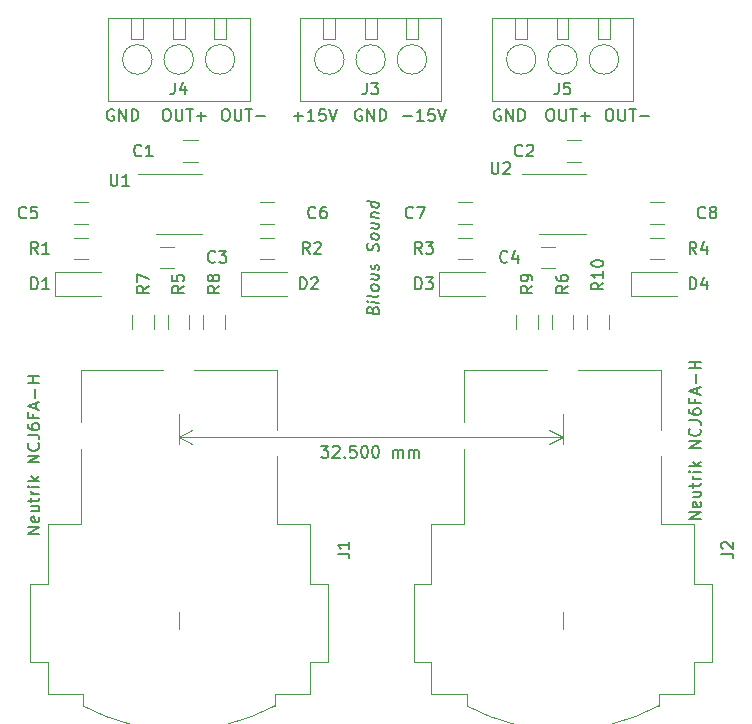
<source format=gbr>
%TF.GenerationSoftware,KiCad,Pcbnew,(5.1.6-0)*%
%TF.CreationDate,2023-05-06T15:55:21-07:00*%
%TF.ProjectId,input_buffer_bal_XLR_combo_SMD_1206,696e7075-745f-4627-9566-6665725f6261,rev?*%
%TF.SameCoordinates,Original*%
%TF.FileFunction,Legend,Top*%
%TF.FilePolarity,Positive*%
%FSLAX46Y46*%
G04 Gerber Fmt 4.6, Leading zero omitted, Abs format (unit mm)*
G04 Created by KiCad (PCBNEW (5.1.6-0)) date 2023-05-06 15:55:21*
%MOMM*%
%LPD*%
G01*
G04 APERTURE LIST*
%ADD10C,0.150000*%
%ADD11C,0.120000*%
G04 APERTURE END LIST*
D10*
X149202380Y-148166666D02*
X148202380Y-148166666D01*
X149202380Y-147595238D01*
X148202380Y-147595238D01*
X149154761Y-146738095D02*
X149202380Y-146833333D01*
X149202380Y-147023809D01*
X149154761Y-147119047D01*
X149059523Y-147166666D01*
X148678571Y-147166666D01*
X148583333Y-147119047D01*
X148535714Y-147023809D01*
X148535714Y-146833333D01*
X148583333Y-146738095D01*
X148678571Y-146690476D01*
X148773809Y-146690476D01*
X148869047Y-147166666D01*
X148535714Y-145833333D02*
X149202380Y-145833333D01*
X148535714Y-146261904D02*
X149059523Y-146261904D01*
X149154761Y-146214285D01*
X149202380Y-146119047D01*
X149202380Y-145976190D01*
X149154761Y-145880952D01*
X149107142Y-145833333D01*
X148535714Y-145500000D02*
X148535714Y-145119047D01*
X148202380Y-145357142D02*
X149059523Y-145357142D01*
X149154761Y-145309523D01*
X149202380Y-145214285D01*
X149202380Y-145119047D01*
X149202380Y-144785714D02*
X148535714Y-144785714D01*
X148726190Y-144785714D02*
X148630952Y-144738095D01*
X148583333Y-144690476D01*
X148535714Y-144595238D01*
X148535714Y-144500000D01*
X149202380Y-144166666D02*
X148535714Y-144166666D01*
X148202380Y-144166666D02*
X148250000Y-144214285D01*
X148297619Y-144166666D01*
X148250000Y-144119047D01*
X148202380Y-144166666D01*
X148297619Y-144166666D01*
X149202380Y-143690476D02*
X148202380Y-143690476D01*
X148821428Y-143595238D02*
X149202380Y-143309523D01*
X148535714Y-143309523D02*
X148916666Y-143690476D01*
X149202380Y-142119047D02*
X148202380Y-142119047D01*
X149202380Y-141547619D01*
X148202380Y-141547619D01*
X149107142Y-140500000D02*
X149154761Y-140547619D01*
X149202380Y-140690476D01*
X149202380Y-140785714D01*
X149154761Y-140928571D01*
X149059523Y-141023809D01*
X148964285Y-141071428D01*
X148773809Y-141119047D01*
X148630952Y-141119047D01*
X148440476Y-141071428D01*
X148345238Y-141023809D01*
X148250000Y-140928571D01*
X148202380Y-140785714D01*
X148202380Y-140690476D01*
X148250000Y-140547619D01*
X148297619Y-140500000D01*
X148202380Y-139785714D02*
X148916666Y-139785714D01*
X149059523Y-139833333D01*
X149154761Y-139928571D01*
X149202380Y-140071428D01*
X149202380Y-140166666D01*
X148202380Y-138880952D02*
X148202380Y-139071428D01*
X148250000Y-139166666D01*
X148297619Y-139214285D01*
X148440476Y-139309523D01*
X148630952Y-139357142D01*
X149011904Y-139357142D01*
X149107142Y-139309523D01*
X149154761Y-139261904D01*
X149202380Y-139166666D01*
X149202380Y-138976190D01*
X149154761Y-138880952D01*
X149107142Y-138833333D01*
X149011904Y-138785714D01*
X148773809Y-138785714D01*
X148678571Y-138833333D01*
X148630952Y-138880952D01*
X148583333Y-138976190D01*
X148583333Y-139166666D01*
X148630952Y-139261904D01*
X148678571Y-139309523D01*
X148773809Y-139357142D01*
X148678571Y-138023809D02*
X148678571Y-138357142D01*
X149202380Y-138357142D02*
X148202380Y-138357142D01*
X148202380Y-137880952D01*
X148916666Y-137547619D02*
X148916666Y-137071428D01*
X149202380Y-137642857D02*
X148202380Y-137309523D01*
X149202380Y-136976190D01*
X148821428Y-136642857D02*
X148821428Y-135880952D01*
X149202380Y-135404761D02*
X148202380Y-135404761D01*
X148678571Y-135404761D02*
X148678571Y-134833333D01*
X149202380Y-134833333D02*
X148202380Y-134833333D01*
X93202380Y-149416666D02*
X92202380Y-149416666D01*
X93202380Y-148845238D01*
X92202380Y-148845238D01*
X93154761Y-147988095D02*
X93202380Y-148083333D01*
X93202380Y-148273809D01*
X93154761Y-148369047D01*
X93059523Y-148416666D01*
X92678571Y-148416666D01*
X92583333Y-148369047D01*
X92535714Y-148273809D01*
X92535714Y-148083333D01*
X92583333Y-147988095D01*
X92678571Y-147940476D01*
X92773809Y-147940476D01*
X92869047Y-148416666D01*
X92535714Y-147083333D02*
X93202380Y-147083333D01*
X92535714Y-147511904D02*
X93059523Y-147511904D01*
X93154761Y-147464285D01*
X93202380Y-147369047D01*
X93202380Y-147226190D01*
X93154761Y-147130952D01*
X93107142Y-147083333D01*
X92535714Y-146750000D02*
X92535714Y-146369047D01*
X92202380Y-146607142D02*
X93059523Y-146607142D01*
X93154761Y-146559523D01*
X93202380Y-146464285D01*
X93202380Y-146369047D01*
X93202380Y-146035714D02*
X92535714Y-146035714D01*
X92726190Y-146035714D02*
X92630952Y-145988095D01*
X92583333Y-145940476D01*
X92535714Y-145845238D01*
X92535714Y-145750000D01*
X93202380Y-145416666D02*
X92535714Y-145416666D01*
X92202380Y-145416666D02*
X92250000Y-145464285D01*
X92297619Y-145416666D01*
X92250000Y-145369047D01*
X92202380Y-145416666D01*
X92297619Y-145416666D01*
X93202380Y-144940476D02*
X92202380Y-144940476D01*
X92821428Y-144845238D02*
X93202380Y-144559523D01*
X92535714Y-144559523D02*
X92916666Y-144940476D01*
X93202380Y-143369047D02*
X92202380Y-143369047D01*
X93202380Y-142797619D01*
X92202380Y-142797619D01*
X93107142Y-141750000D02*
X93154761Y-141797619D01*
X93202380Y-141940476D01*
X93202380Y-142035714D01*
X93154761Y-142178571D01*
X93059523Y-142273809D01*
X92964285Y-142321428D01*
X92773809Y-142369047D01*
X92630952Y-142369047D01*
X92440476Y-142321428D01*
X92345238Y-142273809D01*
X92250000Y-142178571D01*
X92202380Y-142035714D01*
X92202380Y-141940476D01*
X92250000Y-141797619D01*
X92297619Y-141750000D01*
X92202380Y-141035714D02*
X92916666Y-141035714D01*
X93059523Y-141083333D01*
X93154761Y-141178571D01*
X93202380Y-141321428D01*
X93202380Y-141416666D01*
X92202380Y-140130952D02*
X92202380Y-140321428D01*
X92250000Y-140416666D01*
X92297619Y-140464285D01*
X92440476Y-140559523D01*
X92630952Y-140607142D01*
X93011904Y-140607142D01*
X93107142Y-140559523D01*
X93154761Y-140511904D01*
X93202380Y-140416666D01*
X93202380Y-140226190D01*
X93154761Y-140130952D01*
X93107142Y-140083333D01*
X93011904Y-140035714D01*
X92773809Y-140035714D01*
X92678571Y-140083333D01*
X92630952Y-140130952D01*
X92583333Y-140226190D01*
X92583333Y-140416666D01*
X92630952Y-140511904D01*
X92678571Y-140559523D01*
X92773809Y-140607142D01*
X92678571Y-139273809D02*
X92678571Y-139607142D01*
X93202380Y-139607142D02*
X92202380Y-139607142D01*
X92202380Y-139130952D01*
X92916666Y-138797619D02*
X92916666Y-138321428D01*
X93202380Y-138892857D02*
X92202380Y-138559523D01*
X93202380Y-138226190D01*
X92821428Y-137892857D02*
X92821428Y-137130952D01*
X93202380Y-136654761D02*
X92202380Y-136654761D01*
X92678571Y-136654761D02*
X92678571Y-136083333D01*
X93202380Y-136083333D02*
X92202380Y-136083333D01*
X121428571Y-130439270D02*
X121476190Y-130302366D01*
X121523809Y-130260699D01*
X121619047Y-130224985D01*
X121761904Y-130242842D01*
X121857142Y-130302366D01*
X121904761Y-130355937D01*
X121952380Y-130457127D01*
X121952380Y-130838080D01*
X120952380Y-130713080D01*
X120952380Y-130379747D01*
X121000000Y-130290461D01*
X121047619Y-130248794D01*
X121142857Y-130213080D01*
X121238095Y-130224985D01*
X121333333Y-130284508D01*
X121380952Y-130338080D01*
X121428571Y-130439270D01*
X121428571Y-130772604D01*
X121952380Y-129838080D02*
X121285714Y-129754747D01*
X120952380Y-129713080D02*
X121000000Y-129766651D01*
X121047619Y-129724985D01*
X121000000Y-129671413D01*
X120952380Y-129713080D01*
X121047619Y-129724985D01*
X121952380Y-129219032D02*
X121904761Y-129308318D01*
X121809523Y-129344032D01*
X120952380Y-129236889D01*
X121952380Y-128695223D02*
X121904761Y-128784508D01*
X121857142Y-128826175D01*
X121761904Y-128861889D01*
X121476190Y-128826175D01*
X121380952Y-128766651D01*
X121333333Y-128713080D01*
X121285714Y-128611889D01*
X121285714Y-128469032D01*
X121333333Y-128379747D01*
X121380952Y-128338080D01*
X121476190Y-128302366D01*
X121761904Y-128338080D01*
X121857142Y-128397604D01*
X121904761Y-128451175D01*
X121952380Y-128552366D01*
X121952380Y-128695223D01*
X121285714Y-127421413D02*
X121952380Y-127504747D01*
X121285714Y-127849985D02*
X121809523Y-127915461D01*
X121904761Y-127879747D01*
X121952380Y-127790461D01*
X121952380Y-127647604D01*
X121904761Y-127546413D01*
X121857142Y-127492842D01*
X121904761Y-127070223D02*
X121952380Y-126980937D01*
X121952380Y-126790461D01*
X121904761Y-126689270D01*
X121809523Y-126629747D01*
X121761904Y-126623794D01*
X121666666Y-126659508D01*
X121619047Y-126748794D01*
X121619047Y-126891651D01*
X121571428Y-126980937D01*
X121476190Y-127016651D01*
X121428571Y-127010699D01*
X121333333Y-126951175D01*
X121285714Y-126849985D01*
X121285714Y-126707127D01*
X121333333Y-126617842D01*
X121904761Y-125498794D02*
X121952380Y-125361889D01*
X121952380Y-125123794D01*
X121904761Y-125022604D01*
X121857142Y-124969032D01*
X121761904Y-124909508D01*
X121666666Y-124897604D01*
X121571428Y-124933318D01*
X121523809Y-124974985D01*
X121476190Y-125064270D01*
X121428571Y-125248794D01*
X121380952Y-125338080D01*
X121333333Y-125379747D01*
X121238095Y-125415461D01*
X121142857Y-125403556D01*
X121047619Y-125344032D01*
X121000000Y-125290461D01*
X120952380Y-125189270D01*
X120952380Y-124951175D01*
X121000000Y-124814270D01*
X121952380Y-124361889D02*
X121904761Y-124451175D01*
X121857142Y-124492842D01*
X121761904Y-124528556D01*
X121476190Y-124492842D01*
X121380952Y-124433318D01*
X121333333Y-124379747D01*
X121285714Y-124278556D01*
X121285714Y-124135699D01*
X121333333Y-124046413D01*
X121380952Y-124004747D01*
X121476190Y-123969032D01*
X121761904Y-124004747D01*
X121857142Y-124064270D01*
X121904761Y-124117842D01*
X121952380Y-124219032D01*
X121952380Y-124361889D01*
X121285714Y-123088080D02*
X121952380Y-123171413D01*
X121285714Y-123516651D02*
X121809523Y-123582127D01*
X121904761Y-123546413D01*
X121952380Y-123457127D01*
X121952380Y-123314270D01*
X121904761Y-123213080D01*
X121857142Y-123159508D01*
X121285714Y-122611889D02*
X121952380Y-122695223D01*
X121380952Y-122623794D02*
X121333333Y-122570223D01*
X121285714Y-122469032D01*
X121285714Y-122326175D01*
X121333333Y-122236889D01*
X121428571Y-122201175D01*
X121952380Y-122266651D01*
X121952380Y-121361889D02*
X120952380Y-121236889D01*
X121904761Y-121355937D02*
X121952380Y-121457127D01*
X121952380Y-121647604D01*
X121904761Y-121736889D01*
X121857142Y-121778556D01*
X121761904Y-121814270D01*
X121476190Y-121778556D01*
X121380952Y-121719032D01*
X121333333Y-121665461D01*
X121285714Y-121564270D01*
X121285714Y-121373794D01*
X121333333Y-121284508D01*
D11*
X137500000Y-156000000D02*
X137500000Y-157500000D01*
X105000000Y-156000000D02*
X105000000Y-157500000D01*
D10*
X117059523Y-141972380D02*
X117678571Y-141972380D01*
X117345238Y-142353333D01*
X117488095Y-142353333D01*
X117583333Y-142400952D01*
X117630952Y-142448571D01*
X117678571Y-142543809D01*
X117678571Y-142781904D01*
X117630952Y-142877142D01*
X117583333Y-142924761D01*
X117488095Y-142972380D01*
X117202380Y-142972380D01*
X117107142Y-142924761D01*
X117059523Y-142877142D01*
X118059523Y-142067619D02*
X118107142Y-142020000D01*
X118202380Y-141972380D01*
X118440476Y-141972380D01*
X118535714Y-142020000D01*
X118583333Y-142067619D01*
X118630952Y-142162857D01*
X118630952Y-142258095D01*
X118583333Y-142400952D01*
X118011904Y-142972380D01*
X118630952Y-142972380D01*
X119059523Y-142877142D02*
X119107142Y-142924761D01*
X119059523Y-142972380D01*
X119011904Y-142924761D01*
X119059523Y-142877142D01*
X119059523Y-142972380D01*
X120011904Y-141972380D02*
X119535714Y-141972380D01*
X119488095Y-142448571D01*
X119535714Y-142400952D01*
X119630952Y-142353333D01*
X119869047Y-142353333D01*
X119964285Y-142400952D01*
X120011904Y-142448571D01*
X120059523Y-142543809D01*
X120059523Y-142781904D01*
X120011904Y-142877142D01*
X119964285Y-142924761D01*
X119869047Y-142972380D01*
X119630952Y-142972380D01*
X119535714Y-142924761D01*
X119488095Y-142877142D01*
X120678571Y-141972380D02*
X120773809Y-141972380D01*
X120869047Y-142020000D01*
X120916666Y-142067619D01*
X120964285Y-142162857D01*
X121011904Y-142353333D01*
X121011904Y-142591428D01*
X120964285Y-142781904D01*
X120916666Y-142877142D01*
X120869047Y-142924761D01*
X120773809Y-142972380D01*
X120678571Y-142972380D01*
X120583333Y-142924761D01*
X120535714Y-142877142D01*
X120488095Y-142781904D01*
X120440476Y-142591428D01*
X120440476Y-142353333D01*
X120488095Y-142162857D01*
X120535714Y-142067619D01*
X120583333Y-142020000D01*
X120678571Y-141972380D01*
X121630952Y-141972380D02*
X121726190Y-141972380D01*
X121821428Y-142020000D01*
X121869047Y-142067619D01*
X121916666Y-142162857D01*
X121964285Y-142353333D01*
X121964285Y-142591428D01*
X121916666Y-142781904D01*
X121869047Y-142877142D01*
X121821428Y-142924761D01*
X121726190Y-142972380D01*
X121630952Y-142972380D01*
X121535714Y-142924761D01*
X121488095Y-142877142D01*
X121440476Y-142781904D01*
X121392857Y-142591428D01*
X121392857Y-142353333D01*
X121440476Y-142162857D01*
X121488095Y-142067619D01*
X121535714Y-142020000D01*
X121630952Y-141972380D01*
X123154761Y-142972380D02*
X123154761Y-142305714D01*
X123154761Y-142400952D02*
X123202380Y-142353333D01*
X123297619Y-142305714D01*
X123440476Y-142305714D01*
X123535714Y-142353333D01*
X123583333Y-142448571D01*
X123583333Y-142972380D01*
X123583333Y-142448571D02*
X123630952Y-142353333D01*
X123726190Y-142305714D01*
X123869047Y-142305714D01*
X123964285Y-142353333D01*
X124011904Y-142448571D01*
X124011904Y-142972380D01*
X124488095Y-142972380D02*
X124488095Y-142305714D01*
X124488095Y-142400952D02*
X124535714Y-142353333D01*
X124630952Y-142305714D01*
X124773809Y-142305714D01*
X124869047Y-142353333D01*
X124916666Y-142448571D01*
X124916666Y-142972380D01*
X124916666Y-142448571D02*
X124964285Y-142353333D01*
X125059523Y-142305714D01*
X125202380Y-142305714D01*
X125297619Y-142353333D01*
X125345238Y-142448571D01*
X125345238Y-142972380D01*
D11*
X105000000Y-141250000D02*
X137500000Y-141250000D01*
X105000000Y-139250000D02*
X105000000Y-141836421D01*
X137500000Y-139250000D02*
X137500000Y-141836421D01*
X137500000Y-141250000D02*
X136373496Y-141836421D01*
X137500000Y-141250000D02*
X136373496Y-140663579D01*
X105000000Y-141250000D02*
X106126504Y-141836421D01*
X105000000Y-141250000D02*
X106126504Y-140663579D01*
D10*
X123988095Y-114071428D02*
X124750000Y-114071428D01*
X125750000Y-114452380D02*
X125178571Y-114452380D01*
X125464285Y-114452380D02*
X125464285Y-113452380D01*
X125369047Y-113595238D01*
X125273809Y-113690476D01*
X125178571Y-113738095D01*
X126654761Y-113452380D02*
X126178571Y-113452380D01*
X126130952Y-113928571D01*
X126178571Y-113880952D01*
X126273809Y-113833333D01*
X126511904Y-113833333D01*
X126607142Y-113880952D01*
X126654761Y-113928571D01*
X126702380Y-114023809D01*
X126702380Y-114261904D01*
X126654761Y-114357142D01*
X126607142Y-114404761D01*
X126511904Y-114452380D01*
X126273809Y-114452380D01*
X126178571Y-114404761D01*
X126130952Y-114357142D01*
X126988095Y-113452380D02*
X127321428Y-114452380D01*
X127654761Y-113452380D01*
X114738095Y-114071428D02*
X115500000Y-114071428D01*
X115119047Y-114452380D02*
X115119047Y-113690476D01*
X116500000Y-114452380D02*
X115928571Y-114452380D01*
X116214285Y-114452380D02*
X116214285Y-113452380D01*
X116119047Y-113595238D01*
X116023809Y-113690476D01*
X115928571Y-113738095D01*
X117404761Y-113452380D02*
X116928571Y-113452380D01*
X116880952Y-113928571D01*
X116928571Y-113880952D01*
X117023809Y-113833333D01*
X117261904Y-113833333D01*
X117357142Y-113880952D01*
X117404761Y-113928571D01*
X117452380Y-114023809D01*
X117452380Y-114261904D01*
X117404761Y-114357142D01*
X117357142Y-114404761D01*
X117261904Y-114452380D01*
X117023809Y-114452380D01*
X116928571Y-114404761D01*
X116880952Y-114357142D01*
X117738095Y-113452380D02*
X118071428Y-114452380D01*
X118404761Y-113452380D01*
X108880952Y-113452380D02*
X109071428Y-113452380D01*
X109166666Y-113500000D01*
X109261904Y-113595238D01*
X109309523Y-113785714D01*
X109309523Y-114119047D01*
X109261904Y-114309523D01*
X109166666Y-114404761D01*
X109071428Y-114452380D01*
X108880952Y-114452380D01*
X108785714Y-114404761D01*
X108690476Y-114309523D01*
X108642857Y-114119047D01*
X108642857Y-113785714D01*
X108690476Y-113595238D01*
X108785714Y-113500000D01*
X108880952Y-113452380D01*
X109738095Y-113452380D02*
X109738095Y-114261904D01*
X109785714Y-114357142D01*
X109833333Y-114404761D01*
X109928571Y-114452380D01*
X110119047Y-114452380D01*
X110214285Y-114404761D01*
X110261904Y-114357142D01*
X110309523Y-114261904D01*
X110309523Y-113452380D01*
X110642857Y-113452380D02*
X111214285Y-113452380D01*
X110928571Y-114452380D02*
X110928571Y-113452380D01*
X111547619Y-114071428D02*
X112309523Y-114071428D01*
X141380952Y-113452380D02*
X141571428Y-113452380D01*
X141666666Y-113500000D01*
X141761904Y-113595238D01*
X141809523Y-113785714D01*
X141809523Y-114119047D01*
X141761904Y-114309523D01*
X141666666Y-114404761D01*
X141571428Y-114452380D01*
X141380952Y-114452380D01*
X141285714Y-114404761D01*
X141190476Y-114309523D01*
X141142857Y-114119047D01*
X141142857Y-113785714D01*
X141190476Y-113595238D01*
X141285714Y-113500000D01*
X141380952Y-113452380D01*
X142238095Y-113452380D02*
X142238095Y-114261904D01*
X142285714Y-114357142D01*
X142333333Y-114404761D01*
X142428571Y-114452380D01*
X142619047Y-114452380D01*
X142714285Y-114404761D01*
X142761904Y-114357142D01*
X142809523Y-114261904D01*
X142809523Y-113452380D01*
X143142857Y-113452380D02*
X143714285Y-113452380D01*
X143428571Y-114452380D02*
X143428571Y-113452380D01*
X144047619Y-114071428D02*
X144809523Y-114071428D01*
X136380952Y-113452380D02*
X136571428Y-113452380D01*
X136666666Y-113500000D01*
X136761904Y-113595238D01*
X136809523Y-113785714D01*
X136809523Y-114119047D01*
X136761904Y-114309523D01*
X136666666Y-114404761D01*
X136571428Y-114452380D01*
X136380952Y-114452380D01*
X136285714Y-114404761D01*
X136190476Y-114309523D01*
X136142857Y-114119047D01*
X136142857Y-113785714D01*
X136190476Y-113595238D01*
X136285714Y-113500000D01*
X136380952Y-113452380D01*
X137238095Y-113452380D02*
X137238095Y-114261904D01*
X137285714Y-114357142D01*
X137333333Y-114404761D01*
X137428571Y-114452380D01*
X137619047Y-114452380D01*
X137714285Y-114404761D01*
X137761904Y-114357142D01*
X137809523Y-114261904D01*
X137809523Y-113452380D01*
X138142857Y-113452380D02*
X138714285Y-113452380D01*
X138428571Y-114452380D02*
X138428571Y-113452380D01*
X139047619Y-114071428D02*
X139809523Y-114071428D01*
X139428571Y-114452380D02*
X139428571Y-113690476D01*
X103880952Y-113452380D02*
X104071428Y-113452380D01*
X104166666Y-113500000D01*
X104261904Y-113595238D01*
X104309523Y-113785714D01*
X104309523Y-114119047D01*
X104261904Y-114309523D01*
X104166666Y-114404761D01*
X104071428Y-114452380D01*
X103880952Y-114452380D01*
X103785714Y-114404761D01*
X103690476Y-114309523D01*
X103642857Y-114119047D01*
X103642857Y-113785714D01*
X103690476Y-113595238D01*
X103785714Y-113500000D01*
X103880952Y-113452380D01*
X104738095Y-113452380D02*
X104738095Y-114261904D01*
X104785714Y-114357142D01*
X104833333Y-114404761D01*
X104928571Y-114452380D01*
X105119047Y-114452380D01*
X105214285Y-114404761D01*
X105261904Y-114357142D01*
X105309523Y-114261904D01*
X105309523Y-113452380D01*
X105642857Y-113452380D02*
X106214285Y-113452380D01*
X105928571Y-114452380D02*
X105928571Y-113452380D01*
X106547619Y-114071428D02*
X107309523Y-114071428D01*
X106928571Y-114452380D02*
X106928571Y-113690476D01*
X132238095Y-113500000D02*
X132142857Y-113452380D01*
X132000000Y-113452380D01*
X131857142Y-113500000D01*
X131761904Y-113595238D01*
X131714285Y-113690476D01*
X131666666Y-113880952D01*
X131666666Y-114023809D01*
X131714285Y-114214285D01*
X131761904Y-114309523D01*
X131857142Y-114404761D01*
X132000000Y-114452380D01*
X132095238Y-114452380D01*
X132238095Y-114404761D01*
X132285714Y-114357142D01*
X132285714Y-114023809D01*
X132095238Y-114023809D01*
X132714285Y-114452380D02*
X132714285Y-113452380D01*
X133285714Y-114452380D01*
X133285714Y-113452380D01*
X133761904Y-114452380D02*
X133761904Y-113452380D01*
X134000000Y-113452380D01*
X134142857Y-113500000D01*
X134238095Y-113595238D01*
X134285714Y-113690476D01*
X134333333Y-113880952D01*
X134333333Y-114023809D01*
X134285714Y-114214285D01*
X134238095Y-114309523D01*
X134142857Y-114404761D01*
X134000000Y-114452380D01*
X133761904Y-114452380D01*
X120488095Y-113500000D02*
X120392857Y-113452380D01*
X120250000Y-113452380D01*
X120107142Y-113500000D01*
X120011904Y-113595238D01*
X119964285Y-113690476D01*
X119916666Y-113880952D01*
X119916666Y-114023809D01*
X119964285Y-114214285D01*
X120011904Y-114309523D01*
X120107142Y-114404761D01*
X120250000Y-114452380D01*
X120345238Y-114452380D01*
X120488095Y-114404761D01*
X120535714Y-114357142D01*
X120535714Y-114023809D01*
X120345238Y-114023809D01*
X120964285Y-114452380D02*
X120964285Y-113452380D01*
X121535714Y-114452380D01*
X121535714Y-113452380D01*
X122011904Y-114452380D02*
X122011904Y-113452380D01*
X122250000Y-113452380D01*
X122392857Y-113500000D01*
X122488095Y-113595238D01*
X122535714Y-113690476D01*
X122583333Y-113880952D01*
X122583333Y-114023809D01*
X122535714Y-114214285D01*
X122488095Y-114309523D01*
X122392857Y-114404761D01*
X122250000Y-114452380D01*
X122011904Y-114452380D01*
X99488095Y-113500000D02*
X99392857Y-113452380D01*
X99250000Y-113452380D01*
X99107142Y-113500000D01*
X99011904Y-113595238D01*
X98964285Y-113690476D01*
X98916666Y-113880952D01*
X98916666Y-114023809D01*
X98964285Y-114214285D01*
X99011904Y-114309523D01*
X99107142Y-114404761D01*
X99250000Y-114452380D01*
X99345238Y-114452380D01*
X99488095Y-114404761D01*
X99535714Y-114357142D01*
X99535714Y-114023809D01*
X99345238Y-114023809D01*
X99964285Y-114452380D02*
X99964285Y-113452380D01*
X100535714Y-114452380D01*
X100535714Y-113452380D01*
X101011904Y-114452380D02*
X101011904Y-113452380D01*
X101250000Y-113452380D01*
X101392857Y-113500000D01*
X101488095Y-113595238D01*
X101535714Y-113690476D01*
X101583333Y-113880952D01*
X101583333Y-114023809D01*
X101535714Y-114214285D01*
X101488095Y-114309523D01*
X101392857Y-114404761D01*
X101250000Y-114452380D01*
X101011904Y-114452380D01*
D11*
%TO.C,C8*%
X146102064Y-121340000D02*
X144897936Y-121340000D01*
X146102064Y-123160000D02*
X144897936Y-123160000D01*
%TO.C,C7*%
X129852064Y-121340000D02*
X128647936Y-121340000D01*
X129852064Y-123160000D02*
X128647936Y-123160000D01*
%TO.C,C6*%
X113102064Y-121340000D02*
X111897936Y-121340000D01*
X113102064Y-123160000D02*
X111897936Y-123160000D01*
%TO.C,C5*%
X97352064Y-121340000D02*
X96147936Y-121340000D01*
X97352064Y-123160000D02*
X96147936Y-123160000D01*
%TO.C,C4*%
X136852064Y-125090000D02*
X135647936Y-125090000D01*
X136852064Y-126910000D02*
X135647936Y-126910000D01*
%TO.C,C3*%
X104602064Y-125090000D02*
X103397936Y-125090000D01*
X104602064Y-126910000D02*
X103397936Y-126910000D01*
%TO.C,C2*%
X139102064Y-116090000D02*
X137897936Y-116090000D01*
X139102064Y-117910000D02*
X137897936Y-117910000D01*
%TO.C,C1*%
X106602064Y-116090000D02*
X105397936Y-116090000D01*
X106602064Y-117910000D02*
X105397936Y-117910000D01*
%TO.C,J1*%
X96700000Y-139950000D02*
X96700000Y-135545000D01*
X113335000Y-140650000D02*
X113335000Y-135545000D01*
X113335000Y-135545000D02*
X106315000Y-135545000D01*
X96895000Y-162985000D02*
X93895000Y-162985000D01*
X116135000Y-162985000D02*
X113135000Y-162985000D01*
X117635000Y-160285000D02*
X116135000Y-160285000D01*
X93895000Y-160285000D02*
X92395000Y-160285000D01*
X96895000Y-162985000D02*
X96895000Y-163985000D01*
X113135000Y-162985000D02*
X113135000Y-163985000D01*
X93895000Y-160285000D02*
X93895000Y-162985000D01*
X116135000Y-160285000D02*
X116135000Y-162985000D01*
X92395000Y-153695000D02*
X93895000Y-153695000D01*
X116135000Y-153695000D02*
X117635000Y-153695000D01*
X93895000Y-148595000D02*
X96695000Y-148595000D01*
X116135000Y-148595000D02*
X113335000Y-148595000D01*
X96695000Y-148595000D02*
X96695000Y-142250000D01*
X113335000Y-148595000D02*
X113335000Y-142850000D01*
X103715000Y-135545000D02*
X96695000Y-135545000D01*
X93895000Y-153695000D02*
X93895000Y-148595000D01*
X116135000Y-153695000D02*
X116135000Y-148595000D01*
X117635000Y-160285000D02*
X117635000Y-153695000D01*
X92395000Y-160285000D02*
X92395000Y-153695000D01*
X96914770Y-163995601D02*
G75*
G03*
X113135000Y-163985000I8100230J15130601D01*
G01*
%TO.C,J2*%
X129200000Y-139950000D02*
X129200000Y-135545000D01*
X145835000Y-140650000D02*
X145835000Y-135545000D01*
X145835000Y-135545000D02*
X138815000Y-135545000D01*
X129395000Y-162985000D02*
X126395000Y-162985000D01*
X148635000Y-162985000D02*
X145635000Y-162985000D01*
X150135000Y-160285000D02*
X148635000Y-160285000D01*
X126395000Y-160285000D02*
X124895000Y-160285000D01*
X129395000Y-162985000D02*
X129395000Y-163985000D01*
X145635000Y-162985000D02*
X145635000Y-163985000D01*
X126395000Y-160285000D02*
X126395000Y-162985000D01*
X148635000Y-160285000D02*
X148635000Y-162985000D01*
X124895000Y-153695000D02*
X126395000Y-153695000D01*
X148635000Y-153695000D02*
X150135000Y-153695000D01*
X126395000Y-148595000D02*
X129195000Y-148595000D01*
X148635000Y-148595000D02*
X145835000Y-148595000D01*
X129195000Y-148595000D02*
X129195000Y-142250000D01*
X145835000Y-148595000D02*
X145835000Y-142850000D01*
X136215000Y-135545000D02*
X129195000Y-135545000D01*
X126395000Y-153695000D02*
X126395000Y-148595000D01*
X148635000Y-153695000D02*
X148635000Y-148595000D01*
X150135000Y-160285000D02*
X150135000Y-153695000D01*
X124895000Y-160285000D02*
X124895000Y-153695000D01*
X129414770Y-163995601D02*
G75*
G03*
X145635000Y-163985000I8100230J15130601D01*
G01*
%TO.C,D4*%
X143300000Y-127250000D02*
X143300000Y-129250000D01*
X143300000Y-129250000D02*
X147150000Y-129250000D01*
X143300000Y-127250000D02*
X147150000Y-127250000D01*
%TO.C,D3*%
X127050000Y-127250000D02*
X127050000Y-129250000D01*
X127050000Y-129250000D02*
X130900000Y-129250000D01*
X127050000Y-127250000D02*
X130900000Y-127250000D01*
%TO.C,D2*%
X110300000Y-127250000D02*
X110300000Y-129250000D01*
X110300000Y-129250000D02*
X114150000Y-129250000D01*
X110300000Y-127250000D02*
X114150000Y-127250000D01*
%TO.C,D1*%
X94550000Y-127250000D02*
X94550000Y-129250000D01*
X94550000Y-129250000D02*
X98400000Y-129250000D01*
X94550000Y-127250000D02*
X98400000Y-127250000D01*
%TO.C,U2*%
X137500000Y-118940000D02*
X134050000Y-118940000D01*
X137500000Y-118940000D02*
X139450000Y-118940000D01*
X137500000Y-124060000D02*
X135550000Y-124060000D01*
X137500000Y-124060000D02*
X139450000Y-124060000D01*
%TO.C,U1*%
X105000000Y-118940000D02*
X101550000Y-118940000D01*
X105000000Y-118940000D02*
X106950000Y-118940000D01*
X105000000Y-124060000D02*
X103050000Y-124060000D01*
X105000000Y-124060000D02*
X106950000Y-124060000D01*
%TO.C,R10*%
X141410000Y-132102064D02*
X141410000Y-130897936D01*
X139590000Y-132102064D02*
X139590000Y-130897936D01*
%TO.C,R9*%
X133590000Y-130897936D02*
X133590000Y-132102064D01*
X135410000Y-130897936D02*
X135410000Y-132102064D01*
%TO.C,R8*%
X108910000Y-132102064D02*
X108910000Y-130897936D01*
X107090000Y-132102064D02*
X107090000Y-130897936D01*
%TO.C,R7*%
X101090000Y-130897936D02*
X101090000Y-132102064D01*
X102910000Y-130897936D02*
X102910000Y-132102064D01*
%TO.C,R6*%
X138410000Y-132102064D02*
X138410000Y-130897936D01*
X136590000Y-132102064D02*
X136590000Y-130897936D01*
%TO.C,R5*%
X105910000Y-132102064D02*
X105910000Y-130897936D01*
X104090000Y-132102064D02*
X104090000Y-130897936D01*
%TO.C,R4*%
X144897936Y-126160000D02*
X146102064Y-126160000D01*
X144897936Y-124340000D02*
X146102064Y-124340000D01*
%TO.C,R3*%
X129852064Y-124340000D02*
X128647936Y-124340000D01*
X129852064Y-126160000D02*
X128647936Y-126160000D01*
%TO.C,R2*%
X111897936Y-126160000D02*
X113102064Y-126160000D01*
X111897936Y-124340000D02*
X113102064Y-124340000D01*
%TO.C,R1*%
X97352064Y-124340000D02*
X96147936Y-124340000D01*
X97352064Y-126160000D02*
X96147936Y-126160000D01*
%TO.C,J5*%
X133500000Y-107500000D02*
X133500000Y-105750000D01*
X134500000Y-107500000D02*
X133500000Y-107500000D01*
X134500000Y-105750000D02*
X134500000Y-107500000D01*
X137000000Y-107500000D02*
X137000000Y-105750000D01*
X138000000Y-107500000D02*
X137000000Y-107500000D01*
X138000000Y-105750000D02*
X138000000Y-107500000D01*
X141500000Y-107500000D02*
X141500000Y-105750000D01*
X140500000Y-107500000D02*
X140500000Y-105750000D01*
X141500000Y-107500000D02*
X140500000Y-107500000D01*
X142250000Y-109250000D02*
G75*
G03*
X142250000Y-109250000I-1250000J0D01*
G01*
X138750000Y-109250000D02*
G75*
G03*
X138750000Y-109250000I-1250000J0D01*
G01*
X135250000Y-109250000D02*
G75*
G03*
X135250000Y-109250000I-1250000J0D01*
G01*
X131500000Y-112750000D02*
X143500000Y-112750000D01*
X131500000Y-105750000D02*
X143500000Y-105750000D01*
X143500000Y-112750000D02*
X143500000Y-105750000D01*
X131500000Y-112750000D02*
X131500000Y-105750000D01*
%TO.C,J4*%
X101000000Y-107500000D02*
X101000000Y-105750000D01*
X102000000Y-107500000D02*
X101000000Y-107500000D01*
X102000000Y-105750000D02*
X102000000Y-107500000D01*
X104500000Y-107500000D02*
X104500000Y-105750000D01*
X105500000Y-107500000D02*
X104500000Y-107500000D01*
X105500000Y-105750000D02*
X105500000Y-107500000D01*
X109000000Y-107500000D02*
X109000000Y-105750000D01*
X108000000Y-107500000D02*
X108000000Y-105750000D01*
X109000000Y-107500000D02*
X108000000Y-107500000D01*
X109750000Y-109250000D02*
G75*
G03*
X109750000Y-109250000I-1250000J0D01*
G01*
X106250000Y-109250000D02*
G75*
G03*
X106250000Y-109250000I-1250000J0D01*
G01*
X102750000Y-109250000D02*
G75*
G03*
X102750000Y-109250000I-1250000J0D01*
G01*
X99000000Y-112750000D02*
X111000000Y-112750000D01*
X99000000Y-105750000D02*
X111000000Y-105750000D01*
X111000000Y-112750000D02*
X111000000Y-105750000D01*
X99000000Y-112750000D02*
X99000000Y-105750000D01*
%TO.C,J3*%
X117250000Y-107500000D02*
X117250000Y-105750000D01*
X118250000Y-107500000D02*
X117250000Y-107500000D01*
X118250000Y-105750000D02*
X118250000Y-107500000D01*
X120750000Y-107500000D02*
X120750000Y-105750000D01*
X121750000Y-107500000D02*
X120750000Y-107500000D01*
X121750000Y-105750000D02*
X121750000Y-107500000D01*
X125250000Y-107500000D02*
X125250000Y-105750000D01*
X124250000Y-107500000D02*
X124250000Y-105750000D01*
X125250000Y-107500000D02*
X124250000Y-107500000D01*
X126000000Y-109250000D02*
G75*
G03*
X126000000Y-109250000I-1250000J0D01*
G01*
X122500000Y-109250000D02*
G75*
G03*
X122500000Y-109250000I-1250000J0D01*
G01*
X119000000Y-109250000D02*
G75*
G03*
X119000000Y-109250000I-1250000J0D01*
G01*
X115250000Y-112750000D02*
X127250000Y-112750000D01*
X115250000Y-105750000D02*
X127250000Y-105750000D01*
X127250000Y-112750000D02*
X127250000Y-105750000D01*
X115250000Y-112750000D02*
X115250000Y-105750000D01*
%TO.C,C8*%
D10*
X149583333Y-122607142D02*
X149535714Y-122654761D01*
X149392857Y-122702380D01*
X149297619Y-122702380D01*
X149154761Y-122654761D01*
X149059523Y-122559523D01*
X149011904Y-122464285D01*
X148964285Y-122273809D01*
X148964285Y-122130952D01*
X149011904Y-121940476D01*
X149059523Y-121845238D01*
X149154761Y-121750000D01*
X149297619Y-121702380D01*
X149392857Y-121702380D01*
X149535714Y-121750000D01*
X149583333Y-121797619D01*
X150154761Y-122130952D02*
X150059523Y-122083333D01*
X150011904Y-122035714D01*
X149964285Y-121940476D01*
X149964285Y-121892857D01*
X150011904Y-121797619D01*
X150059523Y-121750000D01*
X150154761Y-121702380D01*
X150345238Y-121702380D01*
X150440476Y-121750000D01*
X150488095Y-121797619D01*
X150535714Y-121892857D01*
X150535714Y-121940476D01*
X150488095Y-122035714D01*
X150440476Y-122083333D01*
X150345238Y-122130952D01*
X150154761Y-122130952D01*
X150059523Y-122178571D01*
X150011904Y-122226190D01*
X149964285Y-122321428D01*
X149964285Y-122511904D01*
X150011904Y-122607142D01*
X150059523Y-122654761D01*
X150154761Y-122702380D01*
X150345238Y-122702380D01*
X150440476Y-122654761D01*
X150488095Y-122607142D01*
X150535714Y-122511904D01*
X150535714Y-122321428D01*
X150488095Y-122226190D01*
X150440476Y-122178571D01*
X150345238Y-122130952D01*
%TO.C,C7*%
X124833333Y-122607142D02*
X124785714Y-122654761D01*
X124642857Y-122702380D01*
X124547619Y-122702380D01*
X124404761Y-122654761D01*
X124309523Y-122559523D01*
X124261904Y-122464285D01*
X124214285Y-122273809D01*
X124214285Y-122130952D01*
X124261904Y-121940476D01*
X124309523Y-121845238D01*
X124404761Y-121750000D01*
X124547619Y-121702380D01*
X124642857Y-121702380D01*
X124785714Y-121750000D01*
X124833333Y-121797619D01*
X125166666Y-121702380D02*
X125833333Y-121702380D01*
X125404761Y-122702380D01*
%TO.C,C6*%
X116583333Y-122607142D02*
X116535714Y-122654761D01*
X116392857Y-122702380D01*
X116297619Y-122702380D01*
X116154761Y-122654761D01*
X116059523Y-122559523D01*
X116011904Y-122464285D01*
X115964285Y-122273809D01*
X115964285Y-122130952D01*
X116011904Y-121940476D01*
X116059523Y-121845238D01*
X116154761Y-121750000D01*
X116297619Y-121702380D01*
X116392857Y-121702380D01*
X116535714Y-121750000D01*
X116583333Y-121797619D01*
X117440476Y-121702380D02*
X117250000Y-121702380D01*
X117154761Y-121750000D01*
X117107142Y-121797619D01*
X117011904Y-121940476D01*
X116964285Y-122130952D01*
X116964285Y-122511904D01*
X117011904Y-122607142D01*
X117059523Y-122654761D01*
X117154761Y-122702380D01*
X117345238Y-122702380D01*
X117440476Y-122654761D01*
X117488095Y-122607142D01*
X117535714Y-122511904D01*
X117535714Y-122273809D01*
X117488095Y-122178571D01*
X117440476Y-122130952D01*
X117345238Y-122083333D01*
X117154761Y-122083333D01*
X117059523Y-122130952D01*
X117011904Y-122178571D01*
X116964285Y-122273809D01*
%TO.C,C5*%
X92083333Y-122607142D02*
X92035714Y-122654761D01*
X91892857Y-122702380D01*
X91797619Y-122702380D01*
X91654761Y-122654761D01*
X91559523Y-122559523D01*
X91511904Y-122464285D01*
X91464285Y-122273809D01*
X91464285Y-122130952D01*
X91511904Y-121940476D01*
X91559523Y-121845238D01*
X91654761Y-121750000D01*
X91797619Y-121702380D01*
X91892857Y-121702380D01*
X92035714Y-121750000D01*
X92083333Y-121797619D01*
X92988095Y-121702380D02*
X92511904Y-121702380D01*
X92464285Y-122178571D01*
X92511904Y-122130952D01*
X92607142Y-122083333D01*
X92845238Y-122083333D01*
X92940476Y-122130952D01*
X92988095Y-122178571D01*
X93035714Y-122273809D01*
X93035714Y-122511904D01*
X92988095Y-122607142D01*
X92940476Y-122654761D01*
X92845238Y-122702380D01*
X92607142Y-122702380D01*
X92511904Y-122654761D01*
X92464285Y-122607142D01*
%TO.C,C4*%
X132833333Y-126357142D02*
X132785714Y-126404761D01*
X132642857Y-126452380D01*
X132547619Y-126452380D01*
X132404761Y-126404761D01*
X132309523Y-126309523D01*
X132261904Y-126214285D01*
X132214285Y-126023809D01*
X132214285Y-125880952D01*
X132261904Y-125690476D01*
X132309523Y-125595238D01*
X132404761Y-125500000D01*
X132547619Y-125452380D01*
X132642857Y-125452380D01*
X132785714Y-125500000D01*
X132833333Y-125547619D01*
X133690476Y-125785714D02*
X133690476Y-126452380D01*
X133452380Y-125404761D02*
X133214285Y-126119047D01*
X133833333Y-126119047D01*
%TO.C,C3*%
X108083333Y-126357142D02*
X108035714Y-126404761D01*
X107892857Y-126452380D01*
X107797619Y-126452380D01*
X107654761Y-126404761D01*
X107559523Y-126309523D01*
X107511904Y-126214285D01*
X107464285Y-126023809D01*
X107464285Y-125880952D01*
X107511904Y-125690476D01*
X107559523Y-125595238D01*
X107654761Y-125500000D01*
X107797619Y-125452380D01*
X107892857Y-125452380D01*
X108035714Y-125500000D01*
X108083333Y-125547619D01*
X108416666Y-125452380D02*
X109035714Y-125452380D01*
X108702380Y-125833333D01*
X108845238Y-125833333D01*
X108940476Y-125880952D01*
X108988095Y-125928571D01*
X109035714Y-126023809D01*
X109035714Y-126261904D01*
X108988095Y-126357142D01*
X108940476Y-126404761D01*
X108845238Y-126452380D01*
X108559523Y-126452380D01*
X108464285Y-126404761D01*
X108416666Y-126357142D01*
%TO.C,C2*%
X134083333Y-117357142D02*
X134035714Y-117404761D01*
X133892857Y-117452380D01*
X133797619Y-117452380D01*
X133654761Y-117404761D01*
X133559523Y-117309523D01*
X133511904Y-117214285D01*
X133464285Y-117023809D01*
X133464285Y-116880952D01*
X133511904Y-116690476D01*
X133559523Y-116595238D01*
X133654761Y-116500000D01*
X133797619Y-116452380D01*
X133892857Y-116452380D01*
X134035714Y-116500000D01*
X134083333Y-116547619D01*
X134464285Y-116547619D02*
X134511904Y-116500000D01*
X134607142Y-116452380D01*
X134845238Y-116452380D01*
X134940476Y-116500000D01*
X134988095Y-116547619D01*
X135035714Y-116642857D01*
X135035714Y-116738095D01*
X134988095Y-116880952D01*
X134416666Y-117452380D01*
X135035714Y-117452380D01*
%TO.C,C1*%
X101833333Y-117357142D02*
X101785714Y-117404761D01*
X101642857Y-117452380D01*
X101547619Y-117452380D01*
X101404761Y-117404761D01*
X101309523Y-117309523D01*
X101261904Y-117214285D01*
X101214285Y-117023809D01*
X101214285Y-116880952D01*
X101261904Y-116690476D01*
X101309523Y-116595238D01*
X101404761Y-116500000D01*
X101547619Y-116452380D01*
X101642857Y-116452380D01*
X101785714Y-116500000D01*
X101833333Y-116547619D01*
X102785714Y-117452380D02*
X102214285Y-117452380D01*
X102500000Y-117452380D02*
X102500000Y-116452380D01*
X102404761Y-116595238D01*
X102309523Y-116690476D01*
X102214285Y-116738095D01*
%TO.C,J1*%
X118452380Y-151098333D02*
X119166666Y-151098333D01*
X119309523Y-151145952D01*
X119404761Y-151241190D01*
X119452380Y-151384047D01*
X119452380Y-151479285D01*
X119452380Y-150098333D02*
X119452380Y-150669761D01*
X119452380Y-150384047D02*
X118452380Y-150384047D01*
X118595238Y-150479285D01*
X118690476Y-150574523D01*
X118738095Y-150669761D01*
%TO.C,J2*%
X150952380Y-151098333D02*
X151666666Y-151098333D01*
X151809523Y-151145952D01*
X151904761Y-151241190D01*
X151952380Y-151384047D01*
X151952380Y-151479285D01*
X151047619Y-150669761D02*
X151000000Y-150622142D01*
X150952380Y-150526904D01*
X150952380Y-150288809D01*
X151000000Y-150193571D01*
X151047619Y-150145952D01*
X151142857Y-150098333D01*
X151238095Y-150098333D01*
X151380952Y-150145952D01*
X151952380Y-150717380D01*
X151952380Y-150098333D01*
%TO.C,D4*%
X148261904Y-128702380D02*
X148261904Y-127702380D01*
X148500000Y-127702380D01*
X148642857Y-127750000D01*
X148738095Y-127845238D01*
X148785714Y-127940476D01*
X148833333Y-128130952D01*
X148833333Y-128273809D01*
X148785714Y-128464285D01*
X148738095Y-128559523D01*
X148642857Y-128654761D01*
X148500000Y-128702380D01*
X148261904Y-128702380D01*
X149690476Y-128035714D02*
X149690476Y-128702380D01*
X149452380Y-127654761D02*
X149214285Y-128369047D01*
X149833333Y-128369047D01*
%TO.C,D3*%
X125011904Y-128702380D02*
X125011904Y-127702380D01*
X125250000Y-127702380D01*
X125392857Y-127750000D01*
X125488095Y-127845238D01*
X125535714Y-127940476D01*
X125583333Y-128130952D01*
X125583333Y-128273809D01*
X125535714Y-128464285D01*
X125488095Y-128559523D01*
X125392857Y-128654761D01*
X125250000Y-128702380D01*
X125011904Y-128702380D01*
X125916666Y-127702380D02*
X126535714Y-127702380D01*
X126202380Y-128083333D01*
X126345238Y-128083333D01*
X126440476Y-128130952D01*
X126488095Y-128178571D01*
X126535714Y-128273809D01*
X126535714Y-128511904D01*
X126488095Y-128607142D01*
X126440476Y-128654761D01*
X126345238Y-128702380D01*
X126059523Y-128702380D01*
X125964285Y-128654761D01*
X125916666Y-128607142D01*
%TO.C,D2*%
X115261904Y-128702380D02*
X115261904Y-127702380D01*
X115500000Y-127702380D01*
X115642857Y-127750000D01*
X115738095Y-127845238D01*
X115785714Y-127940476D01*
X115833333Y-128130952D01*
X115833333Y-128273809D01*
X115785714Y-128464285D01*
X115738095Y-128559523D01*
X115642857Y-128654761D01*
X115500000Y-128702380D01*
X115261904Y-128702380D01*
X116214285Y-127797619D02*
X116261904Y-127750000D01*
X116357142Y-127702380D01*
X116595238Y-127702380D01*
X116690476Y-127750000D01*
X116738095Y-127797619D01*
X116785714Y-127892857D01*
X116785714Y-127988095D01*
X116738095Y-128130952D01*
X116166666Y-128702380D01*
X116785714Y-128702380D01*
%TO.C,D1*%
X92511904Y-128702380D02*
X92511904Y-127702380D01*
X92750000Y-127702380D01*
X92892857Y-127750000D01*
X92988095Y-127845238D01*
X93035714Y-127940476D01*
X93083333Y-128130952D01*
X93083333Y-128273809D01*
X93035714Y-128464285D01*
X92988095Y-128559523D01*
X92892857Y-128654761D01*
X92750000Y-128702380D01*
X92511904Y-128702380D01*
X94035714Y-128702380D02*
X93464285Y-128702380D01*
X93750000Y-128702380D02*
X93750000Y-127702380D01*
X93654761Y-127845238D01*
X93559523Y-127940476D01*
X93464285Y-127988095D01*
%TO.C,U2*%
X131488095Y-117952380D02*
X131488095Y-118761904D01*
X131535714Y-118857142D01*
X131583333Y-118904761D01*
X131678571Y-118952380D01*
X131869047Y-118952380D01*
X131964285Y-118904761D01*
X132011904Y-118857142D01*
X132059523Y-118761904D01*
X132059523Y-117952380D01*
X132488095Y-118047619D02*
X132535714Y-118000000D01*
X132630952Y-117952380D01*
X132869047Y-117952380D01*
X132964285Y-118000000D01*
X133011904Y-118047619D01*
X133059523Y-118142857D01*
X133059523Y-118238095D01*
X133011904Y-118380952D01*
X132440476Y-118952380D01*
X133059523Y-118952380D01*
%TO.C,U1*%
X99238095Y-118952380D02*
X99238095Y-119761904D01*
X99285714Y-119857142D01*
X99333333Y-119904761D01*
X99428571Y-119952380D01*
X99619047Y-119952380D01*
X99714285Y-119904761D01*
X99761904Y-119857142D01*
X99809523Y-119761904D01*
X99809523Y-118952380D01*
X100809523Y-119952380D02*
X100238095Y-119952380D01*
X100523809Y-119952380D02*
X100523809Y-118952380D01*
X100428571Y-119095238D01*
X100333333Y-119190476D01*
X100238095Y-119238095D01*
%TO.C,R10*%
X140952380Y-128142857D02*
X140476190Y-128476190D01*
X140952380Y-128714285D02*
X139952380Y-128714285D01*
X139952380Y-128333333D01*
X140000000Y-128238095D01*
X140047619Y-128190476D01*
X140142857Y-128142857D01*
X140285714Y-128142857D01*
X140380952Y-128190476D01*
X140428571Y-128238095D01*
X140476190Y-128333333D01*
X140476190Y-128714285D01*
X140952380Y-127190476D02*
X140952380Y-127761904D01*
X140952380Y-127476190D02*
X139952380Y-127476190D01*
X140095238Y-127571428D01*
X140190476Y-127666666D01*
X140238095Y-127761904D01*
X139952380Y-126571428D02*
X139952380Y-126476190D01*
X140000000Y-126380952D01*
X140047619Y-126333333D01*
X140142857Y-126285714D01*
X140333333Y-126238095D01*
X140571428Y-126238095D01*
X140761904Y-126285714D01*
X140857142Y-126333333D01*
X140904761Y-126380952D01*
X140952380Y-126476190D01*
X140952380Y-126571428D01*
X140904761Y-126666666D01*
X140857142Y-126714285D01*
X140761904Y-126761904D01*
X140571428Y-126809523D01*
X140333333Y-126809523D01*
X140142857Y-126761904D01*
X140047619Y-126714285D01*
X140000000Y-126666666D01*
X139952380Y-126571428D01*
%TO.C,R9*%
X134952380Y-128416666D02*
X134476190Y-128750000D01*
X134952380Y-128988095D02*
X133952380Y-128988095D01*
X133952380Y-128607142D01*
X134000000Y-128511904D01*
X134047619Y-128464285D01*
X134142857Y-128416666D01*
X134285714Y-128416666D01*
X134380952Y-128464285D01*
X134428571Y-128511904D01*
X134476190Y-128607142D01*
X134476190Y-128988095D01*
X134952380Y-127940476D02*
X134952380Y-127750000D01*
X134904761Y-127654761D01*
X134857142Y-127607142D01*
X134714285Y-127511904D01*
X134523809Y-127464285D01*
X134142857Y-127464285D01*
X134047619Y-127511904D01*
X134000000Y-127559523D01*
X133952380Y-127654761D01*
X133952380Y-127845238D01*
X134000000Y-127940476D01*
X134047619Y-127988095D01*
X134142857Y-128035714D01*
X134380952Y-128035714D01*
X134476190Y-127988095D01*
X134523809Y-127940476D01*
X134571428Y-127845238D01*
X134571428Y-127654761D01*
X134523809Y-127559523D01*
X134476190Y-127511904D01*
X134380952Y-127464285D01*
%TO.C,R8*%
X108452380Y-128416666D02*
X107976190Y-128750000D01*
X108452380Y-128988095D02*
X107452380Y-128988095D01*
X107452380Y-128607142D01*
X107500000Y-128511904D01*
X107547619Y-128464285D01*
X107642857Y-128416666D01*
X107785714Y-128416666D01*
X107880952Y-128464285D01*
X107928571Y-128511904D01*
X107976190Y-128607142D01*
X107976190Y-128988095D01*
X107880952Y-127845238D02*
X107833333Y-127940476D01*
X107785714Y-127988095D01*
X107690476Y-128035714D01*
X107642857Y-128035714D01*
X107547619Y-127988095D01*
X107500000Y-127940476D01*
X107452380Y-127845238D01*
X107452380Y-127654761D01*
X107500000Y-127559523D01*
X107547619Y-127511904D01*
X107642857Y-127464285D01*
X107690476Y-127464285D01*
X107785714Y-127511904D01*
X107833333Y-127559523D01*
X107880952Y-127654761D01*
X107880952Y-127845238D01*
X107928571Y-127940476D01*
X107976190Y-127988095D01*
X108071428Y-128035714D01*
X108261904Y-128035714D01*
X108357142Y-127988095D01*
X108404761Y-127940476D01*
X108452380Y-127845238D01*
X108452380Y-127654761D01*
X108404761Y-127559523D01*
X108357142Y-127511904D01*
X108261904Y-127464285D01*
X108071428Y-127464285D01*
X107976190Y-127511904D01*
X107928571Y-127559523D01*
X107880952Y-127654761D01*
%TO.C,R7*%
X102452380Y-128416666D02*
X101976190Y-128750000D01*
X102452380Y-128988095D02*
X101452380Y-128988095D01*
X101452380Y-128607142D01*
X101500000Y-128511904D01*
X101547619Y-128464285D01*
X101642857Y-128416666D01*
X101785714Y-128416666D01*
X101880952Y-128464285D01*
X101928571Y-128511904D01*
X101976190Y-128607142D01*
X101976190Y-128988095D01*
X101452380Y-128083333D02*
X101452380Y-127416666D01*
X102452380Y-127845238D01*
%TO.C,R6*%
X137952380Y-128416666D02*
X137476190Y-128750000D01*
X137952380Y-128988095D02*
X136952380Y-128988095D01*
X136952380Y-128607142D01*
X137000000Y-128511904D01*
X137047619Y-128464285D01*
X137142857Y-128416666D01*
X137285714Y-128416666D01*
X137380952Y-128464285D01*
X137428571Y-128511904D01*
X137476190Y-128607142D01*
X137476190Y-128988095D01*
X136952380Y-127559523D02*
X136952380Y-127750000D01*
X137000000Y-127845238D01*
X137047619Y-127892857D01*
X137190476Y-127988095D01*
X137380952Y-128035714D01*
X137761904Y-128035714D01*
X137857142Y-127988095D01*
X137904761Y-127940476D01*
X137952380Y-127845238D01*
X137952380Y-127654761D01*
X137904761Y-127559523D01*
X137857142Y-127511904D01*
X137761904Y-127464285D01*
X137523809Y-127464285D01*
X137428571Y-127511904D01*
X137380952Y-127559523D01*
X137333333Y-127654761D01*
X137333333Y-127845238D01*
X137380952Y-127940476D01*
X137428571Y-127988095D01*
X137523809Y-128035714D01*
%TO.C,R5*%
X105452380Y-128416666D02*
X104976190Y-128750000D01*
X105452380Y-128988095D02*
X104452380Y-128988095D01*
X104452380Y-128607142D01*
X104500000Y-128511904D01*
X104547619Y-128464285D01*
X104642857Y-128416666D01*
X104785714Y-128416666D01*
X104880952Y-128464285D01*
X104928571Y-128511904D01*
X104976190Y-128607142D01*
X104976190Y-128988095D01*
X104452380Y-127511904D02*
X104452380Y-127988095D01*
X104928571Y-128035714D01*
X104880952Y-127988095D01*
X104833333Y-127892857D01*
X104833333Y-127654761D01*
X104880952Y-127559523D01*
X104928571Y-127511904D01*
X105023809Y-127464285D01*
X105261904Y-127464285D01*
X105357142Y-127511904D01*
X105404761Y-127559523D01*
X105452380Y-127654761D01*
X105452380Y-127892857D01*
X105404761Y-127988095D01*
X105357142Y-128035714D01*
%TO.C,R4*%
X148833333Y-125702380D02*
X148500000Y-125226190D01*
X148261904Y-125702380D02*
X148261904Y-124702380D01*
X148642857Y-124702380D01*
X148738095Y-124750000D01*
X148785714Y-124797619D01*
X148833333Y-124892857D01*
X148833333Y-125035714D01*
X148785714Y-125130952D01*
X148738095Y-125178571D01*
X148642857Y-125226190D01*
X148261904Y-125226190D01*
X149690476Y-125035714D02*
X149690476Y-125702380D01*
X149452380Y-124654761D02*
X149214285Y-125369047D01*
X149833333Y-125369047D01*
%TO.C,R3*%
X125583333Y-125702380D02*
X125250000Y-125226190D01*
X125011904Y-125702380D02*
X125011904Y-124702380D01*
X125392857Y-124702380D01*
X125488095Y-124750000D01*
X125535714Y-124797619D01*
X125583333Y-124892857D01*
X125583333Y-125035714D01*
X125535714Y-125130952D01*
X125488095Y-125178571D01*
X125392857Y-125226190D01*
X125011904Y-125226190D01*
X125916666Y-124702380D02*
X126535714Y-124702380D01*
X126202380Y-125083333D01*
X126345238Y-125083333D01*
X126440476Y-125130952D01*
X126488095Y-125178571D01*
X126535714Y-125273809D01*
X126535714Y-125511904D01*
X126488095Y-125607142D01*
X126440476Y-125654761D01*
X126345238Y-125702380D01*
X126059523Y-125702380D01*
X125964285Y-125654761D01*
X125916666Y-125607142D01*
%TO.C,R2*%
X116083333Y-125702380D02*
X115750000Y-125226190D01*
X115511904Y-125702380D02*
X115511904Y-124702380D01*
X115892857Y-124702380D01*
X115988095Y-124750000D01*
X116035714Y-124797619D01*
X116083333Y-124892857D01*
X116083333Y-125035714D01*
X116035714Y-125130952D01*
X115988095Y-125178571D01*
X115892857Y-125226190D01*
X115511904Y-125226190D01*
X116464285Y-124797619D02*
X116511904Y-124750000D01*
X116607142Y-124702380D01*
X116845238Y-124702380D01*
X116940476Y-124750000D01*
X116988095Y-124797619D01*
X117035714Y-124892857D01*
X117035714Y-124988095D01*
X116988095Y-125130952D01*
X116416666Y-125702380D01*
X117035714Y-125702380D01*
%TO.C,R1*%
X93083333Y-125702380D02*
X92750000Y-125226190D01*
X92511904Y-125702380D02*
X92511904Y-124702380D01*
X92892857Y-124702380D01*
X92988095Y-124750000D01*
X93035714Y-124797619D01*
X93083333Y-124892857D01*
X93083333Y-125035714D01*
X93035714Y-125130952D01*
X92988095Y-125178571D01*
X92892857Y-125226190D01*
X92511904Y-125226190D01*
X94035714Y-125702380D02*
X93464285Y-125702380D01*
X93750000Y-125702380D02*
X93750000Y-124702380D01*
X93654761Y-124845238D01*
X93559523Y-124940476D01*
X93464285Y-124988095D01*
%TO.C,J5*%
X137166666Y-111202380D02*
X137166666Y-111916666D01*
X137119047Y-112059523D01*
X137023809Y-112154761D01*
X136880952Y-112202380D01*
X136785714Y-112202380D01*
X138119047Y-111202380D02*
X137642857Y-111202380D01*
X137595238Y-111678571D01*
X137642857Y-111630952D01*
X137738095Y-111583333D01*
X137976190Y-111583333D01*
X138071428Y-111630952D01*
X138119047Y-111678571D01*
X138166666Y-111773809D01*
X138166666Y-112011904D01*
X138119047Y-112107142D01*
X138071428Y-112154761D01*
X137976190Y-112202380D01*
X137738095Y-112202380D01*
X137642857Y-112154761D01*
X137595238Y-112107142D01*
%TO.C,J4*%
X104666666Y-111202380D02*
X104666666Y-111916666D01*
X104619047Y-112059523D01*
X104523809Y-112154761D01*
X104380952Y-112202380D01*
X104285714Y-112202380D01*
X105571428Y-111535714D02*
X105571428Y-112202380D01*
X105333333Y-111154761D02*
X105095238Y-111869047D01*
X105714285Y-111869047D01*
%TO.C,J3*%
X120916666Y-111202380D02*
X120916666Y-111916666D01*
X120869047Y-112059523D01*
X120773809Y-112154761D01*
X120630952Y-112202380D01*
X120535714Y-112202380D01*
X121297619Y-111202380D02*
X121916666Y-111202380D01*
X121583333Y-111583333D01*
X121726190Y-111583333D01*
X121821428Y-111630952D01*
X121869047Y-111678571D01*
X121916666Y-111773809D01*
X121916666Y-112011904D01*
X121869047Y-112107142D01*
X121821428Y-112154761D01*
X121726190Y-112202380D01*
X121440476Y-112202380D01*
X121345238Y-112154761D01*
X121297619Y-112107142D01*
%TD*%
M02*

</source>
